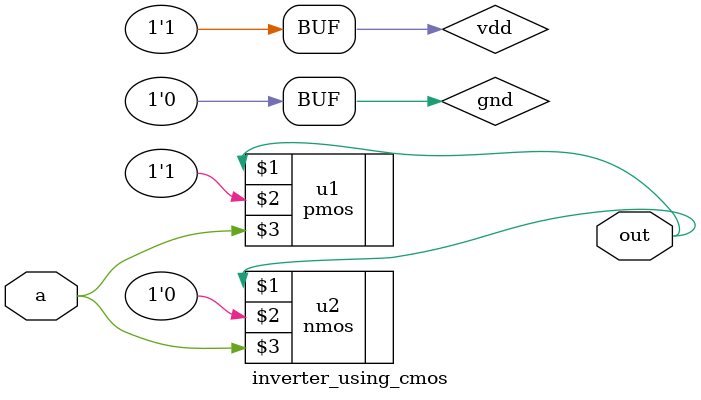
<source format=v>
`timescale 1ns / 1ps
module inverter_using_cmos(input a,output out);

supply1 vdd;
supply0  gnd;
pmos u1(out,vdd,a);
nmos u2(out,gnd,a);
endmodule

</source>
